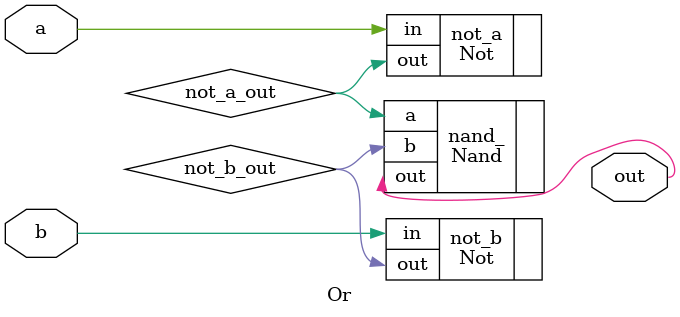
<source format=sv>
module Or(
	input logic a,
	input logic b,
	output logic out
);
	logic not_a_out;
	Not not_a(
		.in(a),
		.out(not_a_out)
	);

	logic not_b_out;
	Not not_b(
		.in(b),
		.out(not_b_out)
	);

	Nand nand_(
		.a(not_a_out),
		.b(not_b_out),
		.out(out)
	);
endmodule

</source>
